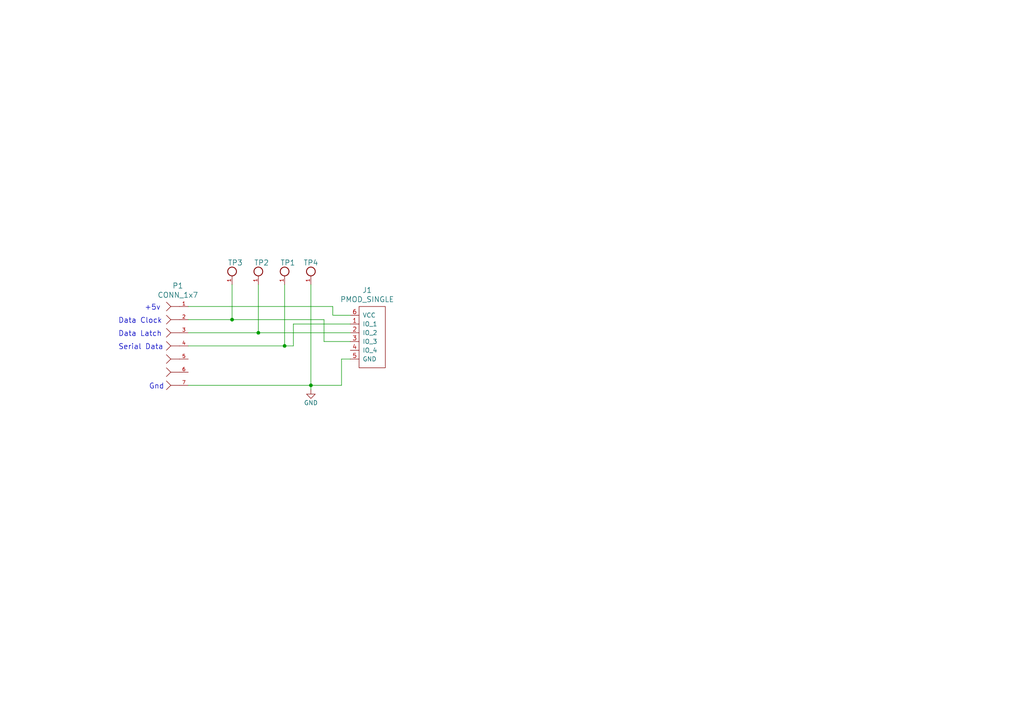
<source format=kicad_sch>
(kicad_sch (version 20230121) (generator eeschema)
  (paper "A4")
  (title_block (title "PMOD-Compatible SNES Connector") (date "2016-12-28") (rev "A"))
  (lib_symbols
    (symbol "PMOD-Compatible_SNES_Controller-rescue:CONN_1x7" (pin_names (offset 1.016))
      (property "Reference" "P" (at 0 13.97 0))
      (property "Value" "CONN_1x7" (at 0 -13.97 0))
      (symbol "CONN_1x7_0_1"
        (polyline (pts (xy 0 -11.43) (xy 2.54 -11.43)))
        (polyline (pts (xy 0 -7.62) (xy 2.54 -7.62)))
        (polyline (pts (xy 0 -3.81) (xy 2.54 -3.81)))
        (polyline (pts (xy 0 3.81) (xy 2.54 3.81)))
        (polyline (pts (xy 0 7.62) (xy 2.54 7.62)))
        (polyline (pts (xy 0 11.43) (xy 2.54 11.43)))
        (polyline (pts (xy -1.27 -10.16) (xy 0 -11.43) (xy -1.27 -12.7)))
        (polyline (pts (xy -1.27 -6.35) (xy 0 -7.62) (xy -1.27 -8.89)))
        (polyline (pts (xy -1.27 -2.54) (xy 0 -3.81) (xy -1.27 -5.08)))
        (polyline (pts (xy -1.27 1.27) (xy 0 0) (xy -1.27 -1.27)))
        (polyline (pts (xy -1.27 2.54) (xy 0 3.81) (xy -1.27 5.08)))
        (polyline (pts (xy -1.27 6.35) (xy 0 7.62) (xy -1.27 8.89)))
        (polyline (pts (xy -1.27 10.16) (xy 0 11.43) (xy -1.27 12.7)))
        (polyline (pts (xy 0 0) (xy 1.27 0) (xy 2.54 0)))
      )
      (symbol "CONN_1x7_1_1"
        (pin input line (at 5.08 11.43 180) (length 2.54) (name "~") (number "1"))
        (pin input line (at 5.08 7.62 180) (length 2.54) (name "~") (number "2"))
        (pin input line (at 5.08 3.81 180) (length 2.54) (name "~") (number "3"))
        (pin input line (at 5.08 0 180) (length 2.54) (name "~") (number "4"))
        (pin input line (at 5.08 -3.81 180) (length 2.54) (name "~") (number "5"))
        (pin input line (at 5.08 -7.62 180) (length 2.54) (name "~") (number "6"))
        (pin input line (at 5.08 -11.43 180) (length 2.54) (name "~") (number "7"))
      )
    )
    (symbol "PMOD-Compatible_SNES_Controller-rescue:GND" (power) (pin_names (offset 0))
      (property "Value" "GND" (at 0 -3.81 0))
      (symbol "GND_0_1"
        (polyline (pts (xy 0 0) (xy 0 -1.27) (xy 1.27 -1.27) (xy 0 -2.54) (xy -1.27 -1.27) (xy 0 -1.27)))
      )
      (symbol "GND_1_1"
        (pin power_in line (at 0 0 270) (length 0) hide (name "GND") (number "1"))
      )
    )
    (symbol "PMOD-Compatible_SNES_Controller-rescue:PMOD_SINGLE" (pin_names (offset 1.016))
      (property "Reference" "J" (at 0 10.16 0))
      (property "Value" "PMOD_SINGLE" (at 0 -10.16 0))
      (symbol "PMOD_SINGLE_0_1"
        (rectangle (start 3.81 8.89) (end -3.81 -8.89))
      )
      (symbol "PMOD_SINGLE_1_1"
        (pin input line (at 6.35 3.81 180) (length 2.54) (name "IO_1") (number "1"))
        (pin input line (at 6.35 1.27 180) (length 2.54) (name "IO_2") (number "2"))
        (pin input line (at 6.35 -1.27 180) (length 2.54) (name "IO_3") (number "3"))
        (pin input line (at 6.35 -3.81 180) (length 2.54) (name "IO_4") (number "4"))
        (pin input line (at 6.35 -6.35 180) (length 2.54) (name "GND") (number "5"))
        (pin input line (at 6.35 6.35 180) (length 2.54) (name "VCC") (number "6"))
      )
    )
    (symbol "PMOD-Compatible_SNES_Controller-rescue:TEST_POINT" (pin_names (offset 1.016))
      (property "Reference" "TP" (at 0 3.81 0))
      (symbol "TEST_POINT_0_1"
        (circle (center 0 1.27) (radius 1.27) (stroke (width 0.254)))
      )
      (symbol "TEST_POINT_1_1"
        (pin passive line (at 0 -2.54 90) (length 2.54) (name "~") (number "1"))
      )
    )
  )
  (junction (at 82.55 100.33))
  (junction (at 74.93 96.52))
  (junction (at 90.17 111.76))
  (junction (at 67.31 92.71))
  (wire (pts (xy 67.31 92.71) (xy 93.98 92.71)))
  (wire (pts (xy 74.93 82.55) (xy 74.93 96.52)))
  (wire (pts (xy 96.52 88.9) (xy 54.61 88.9)))
  (wire (pts (xy 82.55 82.55) (xy 82.55 100.33)))
  (wire (pts (xy 85.09 93.98) (xy 85.09 100.33)))
  (wire (pts (xy 101.6 91.44) (xy 96.52 91.44)))
  (wire (pts (xy 54.61 100.33) (xy 82.55 100.33)))
  (wire (pts (xy 90.17 111.76) (xy 99.06 111.76)))
  (wire (pts (xy 74.93 96.52) (xy 101.6 96.52)))
  (wire (pts (xy 101.6 104.14) (xy 99.06 104.14)))
  (wire (pts (xy 54.61 92.71) (xy 67.31 92.71)))
  (wire (pts (xy 96.52 91.44) (xy 96.52 88.9)))
  (wire (pts (xy 90.17 111.76) (xy 90.17 113.03)))
  (wire (pts (xy 54.61 111.76) (xy 90.17 111.76)))
  (wire (pts (xy 93.98 99.06) (xy 101.6 99.06)))
  (wire (pts (xy 54.61 96.52) (xy 74.93 96.52)))
  (wire (pts (xy 90.17 82.55) (xy 90.17 111.76)))
  (wire (pts (xy 93.98 92.71) (xy 93.98 99.06)))
  (wire (pts (xy 82.55 100.33) (xy 85.09 100.33)))
  (wire (pts (xy 67.31 82.55) (xy 67.31 92.71)))
  (wire (pts (xy 101.6 93.98) (xy 85.09 93.98)))
  (wire (pts (xy 99.06 104.14) (xy 99.06 111.76)))
  (text "Serial Data" (at 34.29 101.6 0) (effects (font (size 1.524 1.524)) (justify left bottom)))
  (text "Gnd" (at 43.18 113.03 0) (effects (font (size 1.524 1.524)) (justify left bottom)))
  (text "Data Clock" (at 34.29 93.98 0) (effects (font (size 1.524 1.524)) (justify left bottom)))
  (text "+5v" (at 41.91 90.17 0) (effects (font (size 1.524 1.524)) (justify left bottom)))
  (text "Data Latch" (at 34.29 97.79 0) (effects (font (size 1.524 1.524)) (justify left bottom)))
  (symbol (lib_id "PMOD-Compatible_SNES_Controller-rescue:CONN_1x7") (at 49.53 100.33 0) (unit 1)
    (property "Reference" "P1" (at 51.5874 82.8802 0) (effects (font (size 1.524 1.524))))
    (property "Value" "CONN_1x7" (at 51.5874 85.5726 0) (effects (font (size 1.524 1.524))))
    (property "Footprint" "Connectors:GAMING_SNES" (effects hide))
  )
  (symbol (lib_id "PMOD-Compatible_SNES_Controller-rescue:PMOD_SINGLE") (at 107.95 97.79 0) (mirror y) (unit 1)
    (property "Reference" "J1" (at 106.5022 84.1502 0) (effects (font (size 1.524 1.524))))
    (property "Value" "PMOD_SINGLE" (at 106.5022 86.8426 0) (effects (font (size 1.524 1.524))))
    (property "Footprint" "Connectors:PMOD_SINGLE_MALE" (effects hide))
  )
  (symbol (lib_id "PMOD-Compatible_SNES_Controller-rescue:TEST_POINT") (at 67.31 80.01 0) (unit 1)
    (property "Reference" "TP3" (at 66.04 76.2 0) (effects (font (size 1.524 1.524)) (justify left)))
    (property "Value" "TEST_POINT" (effects hide))
    (property "Footprint" "Connectors:TESTPOINT_063" (effects hide))
    (property "DigikeyNumber" "Value" (effects hide))
    (property "Manufacturer" "Value" (effects hide))
    (property "ManufacturerNumber" "Value" (effects hide))
  )
  (symbol (lib_id "PMOD-Compatible_SNES_Controller-rescue:TEST_POINT") (at 74.93 80.01 0) (unit 1)
    (property "Reference" "TP2" (at 73.66 76.2 0) (effects (font (size 1.524 1.524)) (justify left)))
    (property "Value" "TEST_POINT" (effects hide))
    (property "Footprint" "Connectors:TESTPOINT_063" (effects hide))
  )
  (symbol (lib_id "PMOD-Compatible_SNES_Controller-rescue:TEST_POINT") (at 82.55 80.01 0) (unit 1)
    (property "Reference" "TP1" (at 81.28 76.2 0) (effects (font (size 1.524 1.524)) (justify left)))
    (property "Value" "TEST_POINT" (effects hide))
    (property "Footprint" "Connectors:TESTPOINT_063" (effects hide))
    (property "DigikeyNumber" "Value" (effects hide))
    (property "Manufacturer" "Value" (effects hide))
    (property "ManufacturerNumber" "Value" (effects hide))
  )
  (symbol (lib_id "PMOD-Compatible_SNES_Controller-rescue:TEST_POINT") (at 90.17 80.01 0) (unit 1)
    (property "Reference" "TP4" (at 90.17 76.2 0) (effects (font (size 1.524 1.524))))
    (property "Value" "TEST_POINT" (effects hide))
    (property "Footprint" "Connectors:TESTPOINT_063" (effects hide))
  )
  (symbol (lib_id "PMOD-Compatible_SNES_Controller-rescue:GND") (at 90.17 113.03 0) (unit 1)
    (property "Reference" "#PWR01" (effects hide))
    (property "Value" "GND" (at 90.17 116.84 0))
  )
)
</source>
